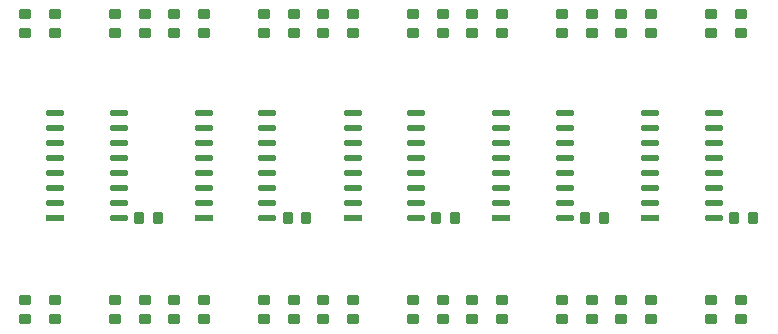
<source format=gbp>
G04*
G04 #@! TF.GenerationSoftware,Altium Limited,Altium Designer,21.2.1 (34)*
G04*
G04 Layer_Color=128*
%FSTAX24Y24*%
%MOIN*%
G70*
G04*
G04 #@! TF.SameCoordinates,B5EDC26F-F54B-4B64-A331-42E7CDC04EED*
G04*
G04*
G04 #@! TF.FilePolarity,Positive*
G04*
G01*
G75*
G04:AMPARAMS|DCode=30|XSize=59.1mil|YSize=21.7mil|CornerRadius=5.4mil|HoleSize=0mil|Usage=FLASHONLY|Rotation=0.000|XOffset=0mil|YOffset=0mil|HoleType=Round|Shape=RoundedRectangle|*
%AMROUNDEDRECTD30*
21,1,0.0591,0.0108,0,0,0.0*
21,1,0.0482,0.0217,0,0,0.0*
1,1,0.0108,0.0241,-0.0054*
1,1,0.0108,-0.0241,-0.0054*
1,1,0.0108,-0.0241,0.0054*
1,1,0.0108,0.0241,0.0054*
%
%ADD30ROUNDEDRECTD30*%
G04:AMPARAMS|DCode=31|XSize=59.1mil|YSize=21.7mil|CornerRadius=2.2mil|HoleSize=0mil|Usage=FLASHONLY|Rotation=0.000|XOffset=0mil|YOffset=0mil|HoleType=Round|Shape=RoundedRectangle|*
%AMROUNDEDRECTD31*
21,1,0.0591,0.0173,0,0,0.0*
21,1,0.0547,0.0217,0,0,0.0*
1,1,0.0043,0.0274,-0.0087*
1,1,0.0043,-0.0274,-0.0087*
1,1,0.0043,-0.0274,0.0087*
1,1,0.0043,0.0274,0.0087*
%
%ADD31ROUNDEDRECTD31*%
G04:AMPARAMS|DCode=32|XSize=37.4mil|YSize=31.5mil|CornerRadius=3.2mil|HoleSize=0mil|Usage=FLASHONLY|Rotation=270.000|XOffset=0mil|YOffset=0mil|HoleType=Round|Shape=RoundedRectangle|*
%AMROUNDEDRECTD32*
21,1,0.0374,0.0252,0,0,270.0*
21,1,0.0311,0.0315,0,0,270.0*
1,1,0.0063,-0.0126,-0.0156*
1,1,0.0063,-0.0126,0.0156*
1,1,0.0063,0.0126,0.0156*
1,1,0.0063,0.0126,-0.0156*
%
%ADD32ROUNDEDRECTD32*%
G04:AMPARAMS|DCode=33|XSize=37.4mil|YSize=31.5mil|CornerRadius=3.2mil|HoleSize=0mil|Usage=FLASHONLY|Rotation=180.000|XOffset=0mil|YOffset=0mil|HoleType=Round|Shape=RoundedRectangle|*
%AMROUNDEDRECTD33*
21,1,0.0374,0.0252,0,0,180.0*
21,1,0.0311,0.0315,0,0,180.0*
1,1,0.0063,-0.0156,0.0126*
1,1,0.0063,0.0156,0.0126*
1,1,0.0063,0.0156,-0.0126*
1,1,0.0063,-0.0156,-0.0126*
%
%ADD33ROUNDEDRECTD33*%
D30*
X048505Y027696D02*
D03*
Y027196D02*
D03*
Y026696D02*
D03*
Y026196D02*
D03*
Y025696D02*
D03*
Y025196D02*
D03*
Y024696D02*
D03*
X050631Y024196D02*
D03*
Y024696D02*
D03*
Y025196D02*
D03*
Y025696D02*
D03*
Y026196D02*
D03*
Y026696D02*
D03*
Y027196D02*
D03*
Y027696D02*
D03*
X043545D02*
D03*
Y027196D02*
D03*
Y026696D02*
D03*
Y026196D02*
D03*
Y025696D02*
D03*
Y025196D02*
D03*
Y024696D02*
D03*
X045671Y024196D02*
D03*
Y024696D02*
D03*
Y025196D02*
D03*
Y025696D02*
D03*
Y026196D02*
D03*
Y026696D02*
D03*
Y027196D02*
D03*
Y027696D02*
D03*
X038584D02*
D03*
Y027196D02*
D03*
Y026696D02*
D03*
Y026196D02*
D03*
Y025696D02*
D03*
Y025196D02*
D03*
Y024696D02*
D03*
X04071Y024196D02*
D03*
Y024696D02*
D03*
Y025196D02*
D03*
Y025696D02*
D03*
Y026196D02*
D03*
Y026696D02*
D03*
Y027196D02*
D03*
Y027696D02*
D03*
X033623D02*
D03*
Y027196D02*
D03*
Y026696D02*
D03*
Y026196D02*
D03*
Y025696D02*
D03*
Y025196D02*
D03*
Y024696D02*
D03*
X035749Y024196D02*
D03*
Y024696D02*
D03*
Y025196D02*
D03*
Y025696D02*
D03*
Y026196D02*
D03*
Y026696D02*
D03*
Y027196D02*
D03*
Y027696D02*
D03*
X028663D02*
D03*
Y027196D02*
D03*
Y026696D02*
D03*
Y026196D02*
D03*
Y025696D02*
D03*
Y025196D02*
D03*
Y024696D02*
D03*
X030789Y024196D02*
D03*
Y024696D02*
D03*
Y025196D02*
D03*
Y025696D02*
D03*
Y026196D02*
D03*
Y026696D02*
D03*
Y027196D02*
D03*
Y027696D02*
D03*
D31*
X048505Y024196D02*
D03*
X043545D02*
D03*
X038584D02*
D03*
X033623D02*
D03*
X028663D02*
D03*
D32*
X051931Y024196D02*
D03*
X051301D02*
D03*
X04697D02*
D03*
X04634D02*
D03*
X042009D02*
D03*
X041379D02*
D03*
X037049D02*
D03*
X036419D02*
D03*
X032088D02*
D03*
X031458D02*
D03*
D33*
X027676Y02081D02*
D03*
Y02144D02*
D03*
X028676Y02081D02*
D03*
Y02144D02*
D03*
X030676Y02081D02*
D03*
Y02144D02*
D03*
X031676Y02081D02*
D03*
Y02144D02*
D03*
X032636Y02081D02*
D03*
Y02144D02*
D03*
X033636Y02081D02*
D03*
Y02144D02*
D03*
X035636Y02081D02*
D03*
Y02144D02*
D03*
X036636Y02081D02*
D03*
Y02144D02*
D03*
X037597Y02081D02*
D03*
Y02144D02*
D03*
X038597Y02081D02*
D03*
Y02144D02*
D03*
X040597Y02081D02*
D03*
Y02144D02*
D03*
X041597Y02081D02*
D03*
Y02144D02*
D03*
X042558Y02081D02*
D03*
Y02144D02*
D03*
X043558Y02081D02*
D03*
Y02144D02*
D03*
X045558Y02081D02*
D03*
Y02144D02*
D03*
X046558Y02081D02*
D03*
Y02144D02*
D03*
X047518Y02081D02*
D03*
Y02144D02*
D03*
X048518Y02081D02*
D03*
Y02144D02*
D03*
X050518Y02081D02*
D03*
Y02144D02*
D03*
X051518Y02081D02*
D03*
Y02144D02*
D03*
X027676Y030353D02*
D03*
Y030983D02*
D03*
X028676Y030353D02*
D03*
Y030983D02*
D03*
X030676Y030353D02*
D03*
Y030983D02*
D03*
X031676Y030353D02*
D03*
Y030983D02*
D03*
X032636Y030353D02*
D03*
Y030983D02*
D03*
X033636Y030353D02*
D03*
Y030983D02*
D03*
X035636Y030353D02*
D03*
Y030983D02*
D03*
X036636Y030353D02*
D03*
Y030983D02*
D03*
X037597Y030353D02*
D03*
Y030983D02*
D03*
X038597Y030353D02*
D03*
Y030983D02*
D03*
X040597Y030353D02*
D03*
Y030983D02*
D03*
X041597Y030353D02*
D03*
Y030983D02*
D03*
X042558Y030353D02*
D03*
Y030983D02*
D03*
X043558Y030353D02*
D03*
Y030983D02*
D03*
X045558Y030353D02*
D03*
Y030983D02*
D03*
X046558Y030353D02*
D03*
Y030983D02*
D03*
X047518Y030353D02*
D03*
Y030983D02*
D03*
X048518Y030353D02*
D03*
Y030983D02*
D03*
X050518Y030353D02*
D03*
Y030983D02*
D03*
X051518Y030353D02*
D03*
Y030983D02*
D03*
M02*

</source>
